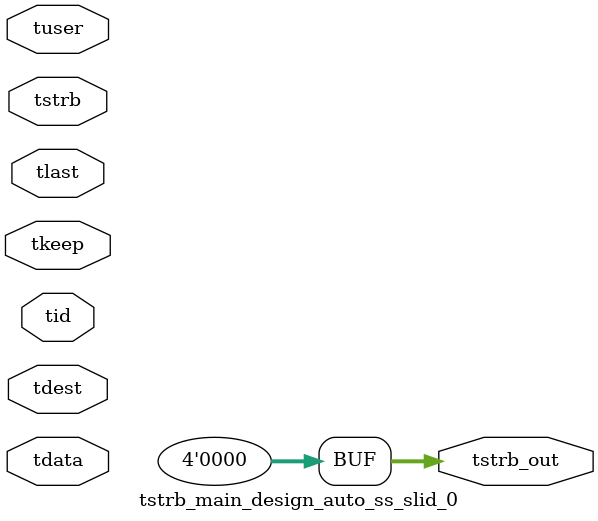
<source format=v>


`timescale 1ps/1ps

module tstrb_main_design_auto_ss_slid_0 #
(
parameter C_S_AXIS_TDATA_WIDTH = 32,
parameter C_S_AXIS_TUSER_WIDTH = 0,
parameter C_S_AXIS_TID_WIDTH   = 0,
parameter C_S_AXIS_TDEST_WIDTH = 0,
parameter C_M_AXIS_TDATA_WIDTH = 32
)
(
input  [(C_S_AXIS_TDATA_WIDTH == 0 ? 1 : C_S_AXIS_TDATA_WIDTH)-1:0     ] tdata,
input  [(C_S_AXIS_TUSER_WIDTH == 0 ? 1 : C_S_AXIS_TUSER_WIDTH)-1:0     ] tuser,
input  [(C_S_AXIS_TID_WIDTH   == 0 ? 1 : C_S_AXIS_TID_WIDTH)-1:0       ] tid,
input  [(C_S_AXIS_TDEST_WIDTH == 0 ? 1 : C_S_AXIS_TDEST_WIDTH)-1:0     ] tdest,
input  [(C_S_AXIS_TDATA_WIDTH/8)-1:0 ] tkeep,
input  [(C_S_AXIS_TDATA_WIDTH/8)-1:0 ] tstrb,
input                                                                    tlast,
output [(C_M_AXIS_TDATA_WIDTH/8)-1:0 ] tstrb_out
);

assign tstrb_out = {1'b0};

endmodule


</source>
